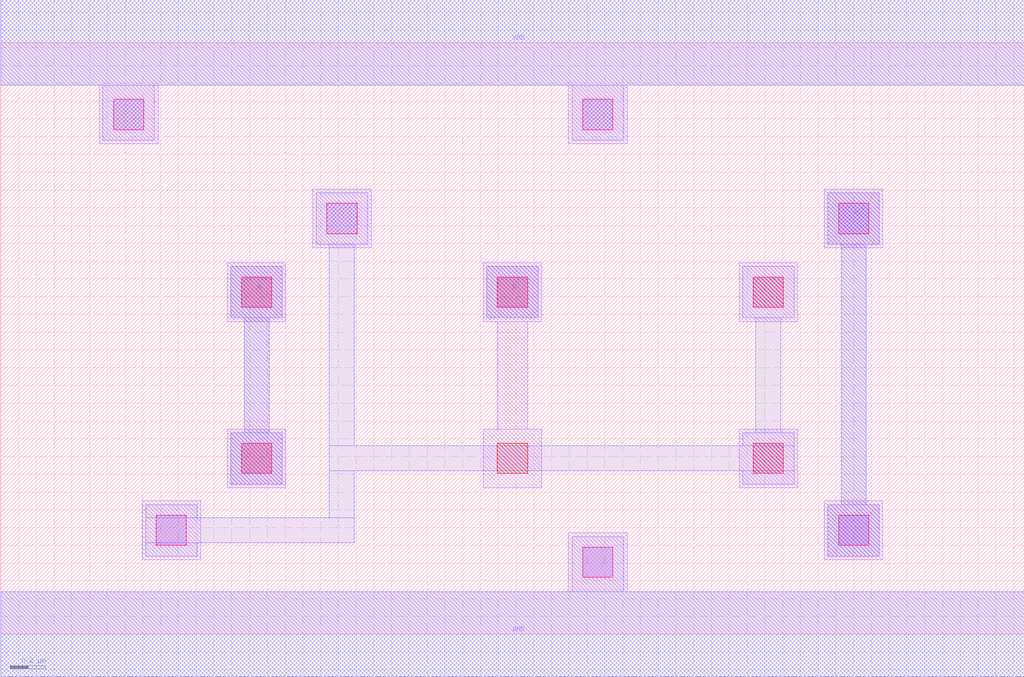
<source format=lef>
MACRO AND2X1
 CLASS CORE ;
 FOREIGN AND2X1 0 0 ;
 SIZE 5.76 BY 3.33 ;
 ORIGIN 0 0 ;
 SYMMETRY X Y R90 ;
 SITE unit ;
  PIN VDD
   DIRECTION INOUT ;
   USE POWER ;
   SHAPE ABUTMENT ;
    PORT
     CLASS CORE ;
       LAYER met1 ;
        RECT 0.00000000 3.09000000 5.76000000 3.57000000 ;
    END
  END VDD

  PIN GND
   DIRECTION INOUT ;
   USE POWER ;
   SHAPE ABUTMENT ;
    PORT
     CLASS CORE ;
       LAYER met1 ;
        RECT 0.00000000 -0.24000000 5.76000000 0.24000000 ;
    END
  END GND

  PIN Y
   DIRECTION INOUT ;
   USE SIGNAL ;
   SHAPE ABUTMENT ;
    PORT
     CLASS CORE ;
       LAYER met1 ;
        RECT 4.65500000 0.44000000 4.94500000 0.73000000 ;
        RECT 4.73000000 0.73000000 4.87000000 2.19500000 ;
        RECT 4.65500000 2.19500000 4.94500000 2.48500000 ;
    END
  END Y

  PIN A
   DIRECTION INOUT ;
   USE SIGNAL ;
   SHAPE ABUTMENT ;
    PORT
     CLASS CORE ;
       LAYER met1 ;
        RECT 1.29500000 0.84500000 1.58500000 1.13500000 ;
        RECT 1.37000000 1.13500000 1.51000000 1.78000000 ;
        RECT 1.29500000 1.78000000 1.58500000 2.07000000 ;
    END
  END A

  PIN B
   DIRECTION INOUT ;
   USE SIGNAL ;
   SHAPE ABUTMENT ;
    PORT
     CLASS CORE ;
       LAYER met1 ;
        RECT 2.73500000 1.78000000 3.02500000 2.07000000 ;
    END
  END B

 OBS
    LAYER polycont ;
     RECT 1.35500000 0.90500000 1.52500000 1.07500000 ;
     RECT 2.79500000 0.90500000 2.96500000 1.07500000 ;
     RECT 4.23500000 0.90500000 4.40500000 1.07500000 ;
     RECT 1.35500000 1.84000000 1.52500000 2.01000000 ;
     RECT 2.79500000 1.84000000 2.96500000 2.01000000 ;
     RECT 4.23500000 1.84000000 4.40500000 2.01000000 ;

    LAYER pdiffc ;
     RECT 1.83500000 2.25500000 2.00500000 2.42500000 ;
     RECT 4.71500000 2.25500000 4.88500000 2.42500000 ;
     RECT 0.63500000 2.84000000 0.80500000 3.01000000 ;
     RECT 3.27500000 2.84000000 3.44500000 3.01000000 ;

    LAYER ndiffc ;
     RECT 3.27500000 0.32000000 3.44500000 0.49000000 ;
     RECT 0.87500000 0.50000000 1.04500000 0.67000000 ;
     RECT 4.71500000 0.50000000 4.88500000 0.67000000 ;

    LAYER li1 ;
     RECT 3.19500000 0.24000000 3.52500000 0.57000000 ;
     RECT 0.79500000 0.42000000 1.12500000 0.75000000 ;
     RECT 4.63500000 0.42000000 4.96500000 0.75000000 ;
     RECT 1.27500000 0.82500000 1.60500000 1.15500000 ;
     RECT 4.15500000 0.82500000 4.48500000 1.15500000 ;
     RECT 1.27500000 1.76000000 1.60500000 2.09000000 ;
     RECT 2.71500000 0.82500000 3.04500000 1.15500000 ;
     RECT 2.79500000 1.15500000 2.96500000 1.76000000 ;
     RECT 2.71500000 1.76000000 3.04500000 2.09000000 ;
     RECT 4.15500000 1.76000000 4.48500000 2.09000000 ;
     RECT 1.75500000 2.17500000 2.08500000 2.50500000 ;
     RECT 4.63500000 2.17500000 4.96500000 2.50500000 ;
     RECT 0.55500000 2.76000000 0.88500000 3.09000000 ;
     RECT 3.19500000 2.76000000 3.52500000 3.09000000 ;

    LAYER viali ;
     RECT 3.27500000 0.32000000 3.44500000 0.49000000 ;
     RECT 0.87500000 0.50000000 1.04500000 0.67000000 ;
     RECT 4.71500000 0.50000000 4.88500000 0.67000000 ;
     RECT 1.35500000 0.90500000 1.52500000 1.07500000 ;
     RECT 4.23500000 0.90500000 4.40500000 1.07500000 ;
     RECT 1.35500000 1.84000000 1.52500000 2.01000000 ;
     RECT 2.79500000 1.84000000 2.96500000 2.01000000 ;
     RECT 4.23500000 1.84000000 4.40500000 2.01000000 ;
     RECT 1.83500000 2.25500000 2.00500000 2.42500000 ;
     RECT 4.71500000 2.25500000 4.88500000 2.42500000 ;
     RECT 0.63500000 2.84000000 0.80500000 3.01000000 ;
     RECT 3.27500000 2.84000000 3.44500000 3.01000000 ;

    LAYER met1 ;
     RECT 0.00000000 -0.24000000 5.76000000 0.24000000 ;
     RECT 3.21500000 0.24000000 3.50500000 0.55000000 ;
     RECT 1.29500000 0.84500000 1.58500000 1.13500000 ;
     RECT 1.37000000 1.13500000 1.51000000 1.78000000 ;
     RECT 1.29500000 1.78000000 1.58500000 2.07000000 ;
     RECT 2.73500000 1.78000000 3.02500000 2.07000000 ;
     RECT 0.81500000 0.44000000 1.10500000 0.51500000 ;
     RECT 0.81500000 0.51500000 1.99000000 0.65500000 ;
     RECT 0.81500000 0.65500000 1.10500000 0.73000000 ;
     RECT 1.85000000 0.65500000 1.99000000 0.92000000 ;
     RECT 4.17500000 0.84500000 4.46500000 0.92000000 ;
     RECT 1.85000000 0.92000000 4.46500000 1.06000000 ;
     RECT 4.17500000 1.06000000 4.46500000 1.13500000 ;
     RECT 4.25000000 1.13500000 4.39000000 1.78000000 ;
     RECT 4.17500000 1.78000000 4.46500000 2.07000000 ;
     RECT 1.85000000 1.06000000 1.99000000 2.19500000 ;
     RECT 1.77500000 2.19500000 2.06500000 2.48500000 ;
     RECT 4.65500000 0.44000000 4.94500000 0.73000000 ;
     RECT 4.73000000 0.73000000 4.87000000 2.19500000 ;
     RECT 4.65500000 2.19500000 4.94500000 2.48500000 ;
     RECT 0.57500000 2.78000000 0.86500000 3.09000000 ;
     RECT 3.21500000 2.78000000 3.50500000 3.09000000 ;
     RECT 0.00000000 3.09000000 5.76000000 3.57000000 ;

 END
END AND2X1

</source>
